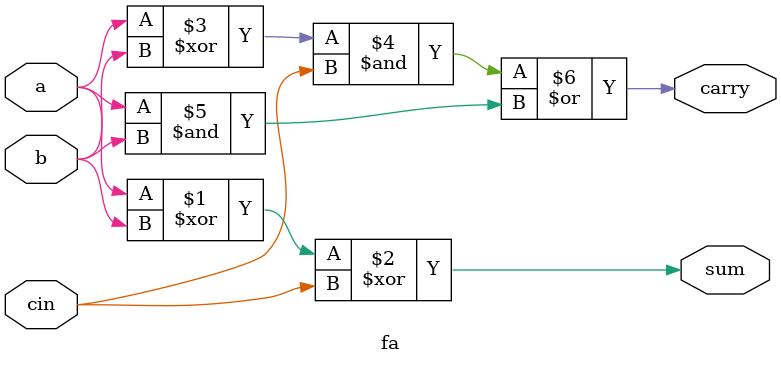
<source format=v>
module fa(a,b,cin,sum,carry);
  input a,b,cin;
  output sum,carry;
  wire sum,carry;
  assign sum =a^b^cin;
  assign carry=((a^b)&cin)|(a&b);
endmodule

</source>
